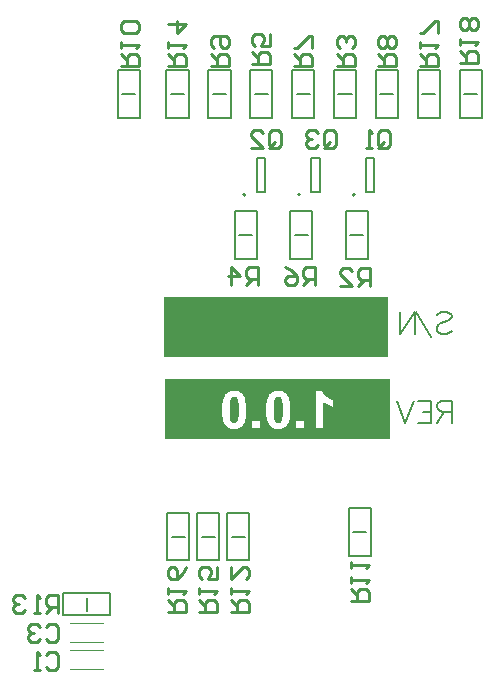
<source format=gbo>
%FSLAX23Y23*%
%MOIN*%
G70*
G01*
G75*
G04 Layer_Color=32896*
G04:AMPARAMS|DCode=10|XSize=51mil|YSize=118mil|CornerRadius=0mil|HoleSize=0mil|Usage=FLASHONLY|Rotation=0.000|XOffset=0mil|YOffset=0mil|HoleType=Round|Shape=Octagon|*
%AMOCTAGOND10*
4,1,8,-0.013,0.059,0.013,0.059,0.026,0.046,0.026,-0.046,0.013,-0.059,-0.013,-0.059,-0.026,-0.046,-0.026,0.046,-0.013,0.059,0.0*
%
%ADD10OCTAGOND10*%

%ADD11R,0.051X0.118*%
%ADD12R,0.051X0.073*%
%ADD13R,0.055X0.043*%
%ADD14C,0.059*%
%ADD15C,0.039*%
%ADD16C,0.020*%
%ADD17C,0.030*%
%ADD18C,0.020*%
%ADD19C,0.157*%
%ADD20C,0.010*%
%ADD21C,0.074*%
%ADD22O,0.098X0.118*%
G04:AMPARAMS|DCode=23|XSize=98mil|YSize=118mil|CornerRadius=0mil|HoleSize=0mil|Usage=FLASHONLY|Rotation=180.000|XOffset=0mil|YOffset=0mil|HoleType=Round|Shape=Octagon|*
%AMOCTAGOND23*
4,1,8,0.025,-0.059,-0.025,-0.059,-0.049,-0.034,-0.049,0.034,-0.025,0.059,0.025,0.059,0.049,0.034,0.049,-0.034,0.025,-0.059,0.0*
%
%ADD23OCTAGOND23*%

%ADD24C,0.091*%
%ADD25C,0.060*%
%ADD26C,0.031*%
%ADD27C,0.017*%
%ADD28R,0.047X0.026*%
%ADD29R,0.043X0.055*%
%ADD30C,0.008*%
%ADD31C,0.010*%
%ADD32C,0.008*%
%ADD33C,0.006*%
%ADD34C,0.010*%
%ADD35C,0.012*%
G04:AMPARAMS|DCode=36|XSize=59mil|YSize=126mil|CornerRadius=0mil|HoleSize=0mil|Usage=FLASHONLY|Rotation=0.000|XOffset=0mil|YOffset=0mil|HoleType=Round|Shape=Octagon|*
%AMOCTAGOND36*
4,1,8,-0.015,0.063,0.015,0.063,0.030,0.048,0.030,-0.048,0.015,-0.063,-0.015,-0.063,-0.030,-0.048,-0.030,0.048,-0.015,0.063,0.0*
%
%ADD36OCTAGOND36*%

%ADD37R,0.059X0.126*%
%ADD38R,0.059X0.081*%
%ADD39R,0.063X0.051*%
%ADD40C,0.082*%
%ADD41O,0.106X0.126*%
G04:AMPARAMS|DCode=42|XSize=106mil|YSize=126mil|CornerRadius=0mil|HoleSize=0mil|Usage=FLASHONLY|Rotation=180.000|XOffset=0mil|YOffset=0mil|HoleType=Round|Shape=Octagon|*
%AMOCTAGOND42*
4,1,8,0.027,-0.063,-0.027,-0.063,-0.053,-0.036,-0.053,0.036,-0.027,0.063,0.027,0.063,0.053,0.036,0.053,-0.036,0.027,-0.063,0.0*
%
%ADD42OCTAGOND42*%

%ADD43C,0.099*%
%ADD44C,0.068*%
%ADD45C,0.039*%
%ADD46C,0.025*%
%ADD47R,0.055X0.034*%
%ADD48R,0.051X0.063*%
%ADD49C,0.006*%
%ADD50C,0.004*%
%ADD51R,0.750X0.200*%
G36*
X1690Y835D02*
X940D01*
Y1035D01*
X1690D01*
Y835D01*
D02*
G37*
%LPC*%
G36*
X1256Y895D02*
X1232D01*
Y871D01*
X1256D01*
Y895D01*
D02*
G37*
G36*
X1318Y997D02*
X1317D01*
X1315Y997D01*
X1314Y997D01*
X1312Y996D01*
X1310Y996D01*
X1308Y995D01*
X1306Y995D01*
X1303Y994D01*
X1301Y993D01*
X1298Y992D01*
X1296Y990D01*
X1294Y988D01*
X1292Y986D01*
X1290Y984D01*
X1289Y984D01*
X1289Y983D01*
X1288Y982D01*
X1288Y981D01*
X1287Y979D01*
X1286Y977D01*
X1285Y975D01*
X1283Y972D01*
X1282Y968D01*
X1281Y965D01*
X1280Y960D01*
X1279Y956D01*
X1278Y951D01*
X1278Y945D01*
X1278Y939D01*
X1277Y933D01*
Y932D01*
Y932D01*
Y931D01*
Y929D01*
X1278Y927D01*
X1278Y924D01*
X1278Y920D01*
X1278Y917D01*
X1279Y913D01*
X1280Y904D01*
X1281Y900D01*
X1283Y896D01*
X1284Y892D01*
X1286Y888D01*
X1288Y884D01*
X1290Y881D01*
X1290Y881D01*
X1290Y881D01*
X1291Y880D01*
X1292Y879D01*
X1293Y878D01*
X1294Y877D01*
X1295Y876D01*
X1297Y875D01*
X1299Y873D01*
X1301Y872D01*
X1304Y871D01*
X1306Y870D01*
X1309Y869D01*
X1312Y869D01*
X1315Y868D01*
X1318Y868D01*
X1319D01*
X1320Y868D01*
X1321D01*
X1323Y869D01*
X1325Y869D01*
X1327Y869D01*
X1329Y870D01*
X1331Y871D01*
X1334Y872D01*
X1336Y873D01*
X1339Y874D01*
X1341Y876D01*
X1343Y878D01*
X1346Y880D01*
X1348Y882D01*
X1348Y882D01*
X1348Y883D01*
X1349Y884D01*
X1350Y885D01*
X1351Y887D01*
X1352Y889D01*
X1353Y891D01*
X1354Y894D01*
X1355Y897D01*
X1356Y901D01*
X1357Y905D01*
X1357Y910D01*
X1358Y915D01*
X1359Y920D01*
X1359Y926D01*
X1359Y933D01*
Y933D01*
Y933D01*
Y934D01*
Y936D01*
X1359Y939D01*
X1359Y942D01*
X1359Y945D01*
X1358Y949D01*
X1358Y953D01*
X1356Y961D01*
X1355Y965D01*
X1354Y970D01*
X1353Y974D01*
X1351Y977D01*
X1349Y981D01*
X1347Y984D01*
X1347Y984D01*
X1347Y985D01*
X1346Y985D01*
X1345Y986D01*
X1344Y987D01*
X1343Y988D01*
X1341Y989D01*
X1339Y991D01*
X1337Y992D01*
X1335Y993D01*
X1333Y994D01*
X1331Y995D01*
X1328Y996D01*
X1325Y997D01*
X1322Y997D01*
X1318Y997D01*
D02*
G37*
G36*
X1171D02*
X1170D01*
X1168Y997D01*
X1167Y997D01*
X1165Y996D01*
X1163Y996D01*
X1161Y995D01*
X1159Y995D01*
X1156Y994D01*
X1154Y993D01*
X1151Y992D01*
X1149Y990D01*
X1147Y988D01*
X1145Y986D01*
X1143Y984D01*
X1142Y984D01*
X1142Y983D01*
X1141Y982D01*
X1141Y981D01*
X1140Y979D01*
X1139Y977D01*
X1138Y975D01*
X1136Y972D01*
X1135Y968D01*
X1134Y965D01*
X1133Y960D01*
X1132Y956D01*
X1131Y951D01*
X1131Y945D01*
X1130Y939D01*
X1130Y933D01*
Y932D01*
Y932D01*
Y931D01*
Y929D01*
X1130Y927D01*
X1131Y924D01*
X1131Y920D01*
X1131Y917D01*
X1132Y913D01*
X1133Y904D01*
X1134Y900D01*
X1135Y896D01*
X1137Y892D01*
X1139Y888D01*
X1141Y884D01*
X1143Y881D01*
X1143Y881D01*
X1143Y881D01*
X1144Y880D01*
X1145Y879D01*
X1146Y878D01*
X1147Y877D01*
X1148Y876D01*
X1150Y875D01*
X1152Y873D01*
X1154Y872D01*
X1157Y871D01*
X1159Y870D01*
X1162Y869D01*
X1165Y869D01*
X1168Y868D01*
X1171Y868D01*
X1172D01*
X1173Y868D01*
X1174D01*
X1176Y869D01*
X1178Y869D01*
X1180Y869D01*
X1182Y870D01*
X1184Y871D01*
X1187Y872D01*
X1189Y873D01*
X1192Y874D01*
X1194Y876D01*
X1196Y878D01*
X1199Y880D01*
X1201Y882D01*
X1201Y882D01*
X1201Y883D01*
X1202Y884D01*
X1203Y885D01*
X1204Y887D01*
X1204Y889D01*
X1206Y891D01*
X1207Y894D01*
X1208Y897D01*
X1209Y901D01*
X1210Y905D01*
X1210Y910D01*
X1211Y915D01*
X1212Y920D01*
X1212Y926D01*
X1212Y933D01*
Y933D01*
Y933D01*
Y934D01*
Y936D01*
X1212Y939D01*
X1212Y942D01*
X1212Y945D01*
X1211Y949D01*
X1211Y953D01*
X1209Y961D01*
X1208Y965D01*
X1207Y970D01*
X1206Y974D01*
X1204Y977D01*
X1202Y981D01*
X1200Y984D01*
X1200Y984D01*
X1199Y985D01*
X1199Y985D01*
X1198Y986D01*
X1197Y987D01*
X1196Y988D01*
X1194Y989D01*
X1192Y991D01*
X1190Y992D01*
X1188Y993D01*
X1186Y994D01*
X1184Y995D01*
X1181Y996D01*
X1178Y997D01*
X1175Y997D01*
X1171Y997D01*
D02*
G37*
G36*
X1464D02*
X1444D01*
Y871D01*
X1468D01*
Y962D01*
X1469Y961D01*
X1469Y961D01*
X1470Y960D01*
X1471Y960D01*
X1472Y959D01*
X1474Y957D01*
X1475Y956D01*
X1477Y955D01*
X1480Y953D01*
X1482Y952D01*
X1487Y949D01*
X1493Y946D01*
X1500Y943D01*
Y965D01*
X1500D01*
X1499Y965D01*
X1499Y966D01*
X1498Y966D01*
X1496Y967D01*
X1494Y968D01*
X1490Y970D01*
X1487Y972D01*
X1483Y974D01*
X1479Y977D01*
X1479Y977D01*
X1479Y977D01*
X1478Y978D01*
X1477Y979D01*
X1475Y980D01*
X1473Y983D01*
X1470Y986D01*
X1468Y989D01*
X1466Y993D01*
X1464Y997D01*
D02*
G37*
G36*
X1403Y895D02*
X1379D01*
Y871D01*
X1403D01*
Y895D01*
D02*
G37*
%LPD*%
G36*
X1320Y977D02*
X1321Y977D01*
X1322Y976D01*
X1323Y976D01*
X1325Y975D01*
X1326Y974D01*
X1326Y974D01*
X1327Y974D01*
X1327Y973D01*
X1328Y972D01*
X1329Y971D01*
X1330Y969D01*
X1331Y967D01*
X1331Y964D01*
Y964D01*
Y964D01*
X1332Y963D01*
X1332Y963D01*
X1332Y961D01*
X1332Y960D01*
X1332Y959D01*
X1332Y957D01*
X1333Y955D01*
X1333Y952D01*
X1333Y950D01*
X1333Y947D01*
X1333Y944D01*
Y940D01*
X1334Y937D01*
Y933D01*
Y932D01*
Y932D01*
Y930D01*
Y929D01*
Y927D01*
X1333Y925D01*
Y923D01*
Y920D01*
X1333Y915D01*
X1333Y910D01*
X1332Y908D01*
X1332Y906D01*
X1332Y904D01*
X1332Y902D01*
X1331Y901D01*
X1331Y900D01*
X1331Y899D01*
X1330Y897D01*
X1329Y896D01*
X1328Y894D01*
X1327Y892D01*
X1326Y891D01*
X1326Y891D01*
X1326Y891D01*
X1325Y890D01*
X1324Y890D01*
X1323Y889D01*
X1321Y889D01*
X1320Y888D01*
X1318Y888D01*
X1317D01*
X1317Y888D01*
X1316Y889D01*
X1313Y889D01*
X1312Y890D01*
X1311Y891D01*
X1311Y891D01*
X1310Y891D01*
X1310Y892D01*
X1309Y893D01*
X1308Y895D01*
X1307Y896D01*
X1306Y898D01*
X1305Y901D01*
Y901D01*
X1305Y901D01*
Y902D01*
X1305Y903D01*
X1305Y904D01*
X1305Y905D01*
X1304Y907D01*
X1304Y908D01*
X1304Y910D01*
X1304Y913D01*
X1303Y915D01*
X1303Y918D01*
X1303Y921D01*
Y925D01*
X1303Y929D01*
Y933D01*
Y933D01*
Y934D01*
Y935D01*
Y936D01*
Y938D01*
X1303Y940D01*
Y942D01*
Y945D01*
X1303Y950D01*
X1304Y955D01*
X1304Y957D01*
X1304Y960D01*
X1305Y961D01*
X1305Y963D01*
Y963D01*
Y964D01*
X1306Y965D01*
X1306Y966D01*
X1307Y968D01*
X1308Y971D01*
X1310Y973D01*
X1311Y974D01*
X1311Y974D01*
X1311Y975D01*
X1312Y975D01*
X1313Y976D01*
X1314Y976D01*
X1315Y977D01*
X1317Y977D01*
X1318Y977D01*
X1319D01*
X1320Y977D01*
D02*
G37*
G36*
X1173D02*
X1174Y977D01*
X1175Y976D01*
X1176Y976D01*
X1178Y975D01*
X1179Y974D01*
X1179Y974D01*
X1180Y974D01*
X1180Y973D01*
X1181Y972D01*
X1182Y971D01*
X1183Y969D01*
X1184Y967D01*
X1184Y964D01*
Y964D01*
Y964D01*
X1184Y963D01*
X1185Y963D01*
X1185Y961D01*
X1185Y960D01*
X1185Y959D01*
X1185Y957D01*
X1186Y955D01*
X1186Y952D01*
X1186Y950D01*
X1186Y947D01*
X1186Y944D01*
Y940D01*
X1187Y937D01*
Y933D01*
Y932D01*
Y932D01*
Y930D01*
Y929D01*
Y927D01*
X1186Y925D01*
Y923D01*
Y920D01*
X1186Y915D01*
X1186Y910D01*
X1185Y908D01*
X1185Y906D01*
X1185Y904D01*
X1184Y902D01*
X1184Y901D01*
X1184Y900D01*
X1184Y899D01*
X1183Y897D01*
X1182Y896D01*
X1181Y894D01*
X1180Y892D01*
X1179Y891D01*
X1179Y891D01*
X1179Y891D01*
X1178Y890D01*
X1177Y890D01*
X1176Y889D01*
X1174Y889D01*
X1173Y888D01*
X1171Y888D01*
X1170D01*
X1170Y888D01*
X1169Y889D01*
X1166Y889D01*
X1165Y890D01*
X1164Y891D01*
X1164Y891D01*
X1163Y891D01*
X1163Y892D01*
X1162Y893D01*
X1161Y895D01*
X1160Y896D01*
X1159Y898D01*
X1158Y901D01*
Y901D01*
X1158Y901D01*
Y902D01*
X1158Y903D01*
X1158Y904D01*
X1158Y905D01*
X1157Y907D01*
X1157Y908D01*
X1157Y910D01*
X1157Y913D01*
X1156Y915D01*
X1156Y918D01*
X1156Y921D01*
Y925D01*
X1156Y929D01*
Y933D01*
Y933D01*
Y934D01*
Y935D01*
Y936D01*
Y938D01*
X1156Y940D01*
Y942D01*
Y945D01*
X1156Y950D01*
X1157Y955D01*
X1157Y957D01*
X1157Y960D01*
X1158Y961D01*
X1158Y963D01*
Y963D01*
Y964D01*
X1159Y965D01*
X1159Y966D01*
X1160Y968D01*
X1161Y971D01*
X1163Y973D01*
X1164Y974D01*
X1164Y974D01*
X1164Y975D01*
X1165Y975D01*
X1166Y976D01*
X1167Y976D01*
X1168Y977D01*
X1170Y977D01*
X1171Y977D01*
X1172D01*
X1173Y977D01*
D02*
G37*
D20*
X950Y260D02*
X1010D01*
Y290D01*
X1000Y300D01*
X980D01*
X970Y290D01*
Y260D01*
Y280D02*
X950Y300D01*
Y320D02*
Y340D01*
Y330D01*
X1010D01*
X1000Y320D01*
X1010Y410D02*
X1000Y390D01*
X980Y370D01*
X960D01*
X950Y380D01*
Y400D01*
X960Y410D01*
X970D01*
X980Y400D01*
Y370D01*
X1055Y260D02*
X1115D01*
Y290D01*
X1105Y300D01*
X1085D01*
X1075Y290D01*
Y260D01*
Y280D02*
X1055Y300D01*
Y320D02*
Y340D01*
Y330D01*
X1115D01*
X1105Y320D01*
X1115Y410D02*
Y370D01*
X1085D01*
X1095Y390D01*
Y400D01*
X1085Y410D01*
X1065D01*
X1055Y400D01*
Y380D01*
X1065Y370D01*
X950Y2080D02*
X1010D01*
Y2110D01*
X1000Y2120D01*
X980D01*
X970Y2110D01*
Y2080D01*
Y2100D02*
X950Y2120D01*
Y2140D02*
Y2160D01*
Y2150D01*
X1010D01*
X1000Y2140D01*
X950Y2220D02*
X1010D01*
X980Y2190D01*
Y2230D01*
X585Y255D02*
Y315D01*
X555D01*
X545Y305D01*
Y285D01*
X555Y275D01*
X585D01*
X565D02*
X545Y255D01*
X525D02*
X505D01*
X515D01*
Y315D01*
X525Y305D01*
X475D02*
X465Y315D01*
X445D01*
X435Y305D01*
Y295D01*
X445Y285D01*
X455D01*
X445D01*
X435Y275D01*
Y265D01*
X445Y255D01*
X465D01*
X475Y265D01*
X795Y2080D02*
X855D01*
Y2110D01*
X845Y2120D01*
X825D01*
X815Y2110D01*
Y2080D01*
Y2100D02*
X795Y2120D01*
Y2140D02*
Y2160D01*
Y2150D01*
X855D01*
X845Y2140D01*
Y2190D02*
X855Y2200D01*
Y2220D01*
X845Y2230D01*
X805D01*
X795Y2220D01*
Y2200D01*
X805Y2190D01*
X845D01*
X545Y209D02*
X555Y219D01*
X575D01*
X585Y209D01*
Y169D01*
X575Y159D01*
X555D01*
X545Y169D01*
X525Y209D02*
X515Y219D01*
X495D01*
X485Y209D01*
Y199D01*
X495Y189D01*
X505D01*
X495D01*
X485Y179D01*
Y169D01*
X495Y159D01*
X515D01*
X525Y169D01*
X1652Y1815D02*
Y1855D01*
X1662Y1865D01*
X1682D01*
X1692Y1855D01*
Y1815D01*
X1682Y1805D01*
X1662D01*
X1672Y1825D02*
X1652Y1805D01*
X1662D02*
X1652Y1815D01*
X1632Y1805D02*
X1612D01*
X1622D01*
Y1865D01*
X1632Y1855D01*
X1287Y1815D02*
Y1855D01*
X1297Y1865D01*
X1317D01*
X1327Y1855D01*
Y1815D01*
X1317Y1805D01*
X1297D01*
X1307Y1825D02*
X1287Y1805D01*
X1297D02*
X1287Y1815D01*
X1227Y1805D02*
X1267D01*
X1227Y1845D01*
Y1855D01*
X1237Y1865D01*
X1257D01*
X1267Y1855D01*
X1470Y1815D02*
Y1855D01*
X1480Y1865D01*
X1500D01*
X1510Y1855D01*
Y1815D01*
X1500Y1805D01*
X1480D01*
X1490Y1825D02*
X1470Y1805D01*
X1480D02*
X1470Y1815D01*
X1450Y1855D02*
X1440Y1865D01*
X1420D01*
X1410Y1855D01*
Y1845D01*
X1420Y1835D01*
X1430D01*
X1420D01*
X1410Y1825D01*
Y1815D01*
X1420Y1805D01*
X1440D01*
X1450Y1815D01*
X1625Y1345D02*
Y1405D01*
X1595D01*
X1585Y1395D01*
Y1375D01*
X1595Y1365D01*
X1625D01*
X1605D02*
X1585Y1345D01*
X1525D02*
X1565D01*
X1525Y1385D01*
Y1395D01*
X1535Y1405D01*
X1555D01*
X1565Y1395D01*
X1514Y2080D02*
X1574D01*
Y2110D01*
X1564Y2120D01*
X1544D01*
X1534Y2110D01*
Y2080D01*
Y2100D02*
X1514Y2120D01*
X1564Y2140D02*
X1574Y2150D01*
Y2170D01*
X1564Y2180D01*
X1554D01*
X1544Y2170D01*
Y2160D01*
Y2170D01*
X1534Y2180D01*
X1524D01*
X1514Y2170D01*
Y2150D01*
X1524Y2140D01*
X1250Y1350D02*
Y1410D01*
X1220D01*
X1210Y1400D01*
Y1380D01*
X1220Y1370D01*
X1250D01*
X1230D02*
X1210Y1350D01*
X1160D02*
Y1410D01*
X1190Y1380D01*
X1150D01*
X1232Y2085D02*
X1292D01*
Y2115D01*
X1282Y2125D01*
X1262D01*
X1252Y2115D01*
Y2085D01*
Y2105D02*
X1232Y2125D01*
X1292Y2185D02*
Y2145D01*
X1262D01*
X1272Y2165D01*
Y2175D01*
X1262Y2185D01*
X1242D01*
X1232Y2175D01*
Y2155D01*
X1242Y2145D01*
X1440Y1350D02*
Y1410D01*
X1410D01*
X1400Y1400D01*
Y1380D01*
X1410Y1370D01*
X1440D01*
X1420D02*
X1400Y1350D01*
X1340Y1410D02*
X1360Y1400D01*
X1380Y1380D01*
Y1360D01*
X1370Y1350D01*
X1350D01*
X1340Y1360D01*
Y1370D01*
X1350Y1380D01*
X1380D01*
X1371Y2080D02*
X1431D01*
Y2110D01*
X1421Y2120D01*
X1401D01*
X1391Y2110D01*
Y2080D01*
Y2100D02*
X1371Y2120D01*
X1431Y2140D02*
Y2180D01*
X1421D01*
X1381Y2140D01*
X1371D01*
X1652Y2080D02*
X1712D01*
Y2110D01*
X1702Y2120D01*
X1682D01*
X1672Y2110D01*
Y2080D01*
Y2100D02*
X1652Y2120D01*
X1702Y2140D02*
X1712Y2150D01*
Y2170D01*
X1702Y2180D01*
X1692D01*
X1682Y2170D01*
X1672Y2180D01*
X1662D01*
X1652Y2170D01*
Y2150D01*
X1662Y2140D01*
X1672D01*
X1682Y2150D01*
X1692Y2140D01*
X1702D01*
X1682Y2150D02*
Y2170D01*
X1094Y2080D02*
X1154D01*
Y2110D01*
X1144Y2120D01*
X1124D01*
X1114Y2110D01*
Y2080D01*
Y2100D02*
X1094Y2120D01*
X1104Y2140D02*
X1094Y2150D01*
Y2170D01*
X1104Y2180D01*
X1144D01*
X1154Y2170D01*
Y2150D01*
X1144Y2140D01*
X1134D01*
X1124Y2150D01*
Y2180D01*
X1560Y295D02*
X1620D01*
Y325D01*
X1610Y335D01*
X1590D01*
X1580Y325D01*
Y295D01*
Y315D02*
X1560Y335D01*
Y355D02*
Y375D01*
Y365D01*
X1620D01*
X1610Y355D01*
X1560Y405D02*
Y425D01*
Y415D01*
X1620D01*
X1610Y405D01*
X1160Y260D02*
X1220D01*
Y290D01*
X1210Y300D01*
X1190D01*
X1180Y290D01*
Y260D01*
Y280D02*
X1160Y300D01*
Y320D02*
Y340D01*
Y330D01*
X1220D01*
X1210Y320D01*
X1160Y410D02*
Y370D01*
X1200Y410D01*
X1210D01*
X1220Y400D01*
Y380D01*
X1210Y370D01*
X545Y115D02*
X555Y125D01*
X575D01*
X585Y115D01*
Y75D01*
X575Y65D01*
X555D01*
X545Y75D01*
X525Y65D02*
X505D01*
X515D01*
Y125D01*
X525Y115D01*
X1790Y2080D02*
X1850D01*
Y2110D01*
X1840Y2120D01*
X1820D01*
X1810Y2110D01*
Y2080D01*
Y2100D02*
X1790Y2120D01*
Y2140D02*
Y2160D01*
Y2150D01*
X1850D01*
X1840Y2140D01*
X1850Y2190D02*
Y2230D01*
X1840D01*
X1800Y2190D01*
X1790D01*
X1925Y2090D02*
X1985D01*
Y2120D01*
X1975Y2130D01*
X1955D01*
X1945Y2120D01*
Y2090D01*
Y2110D02*
X1925Y2130D01*
Y2150D02*
Y2170D01*
Y2160D01*
X1985D01*
X1975Y2150D01*
Y2200D02*
X1985Y2210D01*
Y2230D01*
X1975Y2240D01*
X1965D01*
X1955Y2230D01*
X1945Y2240D01*
X1935D01*
X1925Y2230D01*
Y2210D01*
X1935Y2200D01*
X1945D01*
X1955Y2210D01*
X1965Y2200D01*
X1975D01*
X1955Y2210D02*
Y2230D01*
D30*
X1846Y1250D02*
X1853Y1257D01*
X1864Y1260D01*
X1878D01*
X1889Y1257D01*
X1896Y1250D01*
Y1243D01*
X1892Y1235D01*
X1889Y1232D01*
X1882Y1228D01*
X1860Y1221D01*
X1853Y1218D01*
X1850Y1214D01*
X1846Y1207D01*
Y1196D01*
X1853Y1189D01*
X1864Y1186D01*
X1878D01*
X1889Y1189D01*
X1896Y1196D01*
X1829Y1175D02*
X1779Y1260D01*
X1774D02*
Y1186D01*
Y1260D02*
X1724Y1186D01*
Y1260D02*
Y1186D01*
X1896Y963D02*
Y888D01*
Y963D02*
X1864D01*
X1853Y959D01*
X1850Y956D01*
X1846Y949D01*
Y942D01*
X1850Y934D01*
X1853Y931D01*
X1864Y927D01*
X1896D01*
X1871D02*
X1846Y888D01*
X1783Y963D02*
X1829D01*
Y888D01*
X1783D01*
X1829Y927D02*
X1801D01*
X1770Y963D02*
X1742Y888D01*
X1713Y963D02*
X1742Y888D01*
D32*
X1568Y525D02*
X1612D01*
X1163Y510D02*
X1207D01*
X1063D02*
X1107D01*
X963Y510D02*
X1007D01*
X798Y1985D02*
X842D01*
X1659D02*
X1702D01*
X1100D02*
X1144D01*
X961D02*
X1004D01*
X1519D02*
X1563D01*
X1380D02*
X1423D01*
X1188Y1515D02*
X1232D01*
X1240Y1985D02*
X1283D01*
X1373Y1515D02*
X1417D01*
X1558D02*
X1602D01*
X680Y263D02*
Y307D01*
X1799Y1985D02*
X1842D01*
X1938D02*
X1982D01*
D33*
X1391Y1650D02*
G03*
X1391Y1650I-4J0D01*
G01*
X1209D02*
G03*
X1209Y1650I-4J0D01*
G01*
X1574D02*
G03*
X1574Y1650I-4J0D01*
G01*
X1553Y446D02*
X1627D01*
X1553Y604D02*
X1627D01*
X1553Y446D02*
Y604D01*
X1627Y446D02*
Y604D01*
X1148Y431D02*
X1222D01*
X1148Y589D02*
X1222D01*
X1148Y431D02*
Y589D01*
X1222Y431D02*
Y589D01*
X1122Y431D02*
Y589D01*
X1048Y431D02*
Y589D01*
X1122D01*
X1048Y431D02*
X1122D01*
X948D02*
Y589D01*
X1022Y431D02*
Y589D01*
X948Y431D02*
X1022D01*
X948Y589D02*
X1022D01*
X857Y1906D02*
Y2064D01*
X783Y1906D02*
Y2064D01*
X857D01*
X783Y1906D02*
X857D01*
X1643D02*
X1718D01*
X1643Y2064D02*
X1718D01*
X1643Y1906D02*
Y2064D01*
X1718Y1906D02*
Y2064D01*
X1085Y1906D02*
X1160D01*
X1085Y2064D02*
X1160D01*
X1085Y1906D02*
Y2064D01*
X1160Y1906D02*
Y2064D01*
X1020Y1906D02*
Y2064D01*
X945Y1906D02*
Y2064D01*
X1020D01*
X945Y1906D02*
X1020D01*
X1504D02*
X1578D01*
X1504Y2064D02*
X1578D01*
X1504Y1906D02*
Y2064D01*
X1578Y1906D02*
Y2064D01*
X1364Y1906D02*
X1439D01*
X1364Y2064D02*
X1439D01*
X1364Y1906D02*
Y2064D01*
X1439Y1906D02*
Y2064D01*
X1173Y1436D02*
X1247D01*
X1173Y1594D02*
X1247D01*
X1173Y1436D02*
Y1594D01*
X1247Y1436D02*
Y1594D01*
X1224Y1906D02*
X1299D01*
X1224Y2064D02*
X1299D01*
X1224Y1906D02*
Y2064D01*
X1299Y1906D02*
Y2064D01*
X1358Y1436D02*
X1432D01*
X1358Y1594D02*
X1432D01*
X1358Y1436D02*
Y1594D01*
X1432Y1436D02*
Y1594D01*
X1543Y1436D02*
X1617D01*
X1543Y1594D02*
X1617D01*
X1543Y1436D02*
Y1594D01*
X1617Y1436D02*
Y1594D01*
X601Y248D02*
X759D01*
X601Y322D02*
X759D01*
Y248D02*
Y322D01*
X601Y248D02*
Y322D01*
X1783Y2064D02*
X1858D01*
X1783Y1906D02*
X1858D01*
Y2064D01*
X1783Y1906D02*
Y2064D01*
X1923D02*
X1997D01*
X1923Y1906D02*
X1997D01*
Y2064D01*
X1923Y1906D02*
Y2064D01*
D49*
X1429Y1658D02*
X1456D01*
X1429Y1772D02*
X1456D01*
X1429Y1658D02*
Y1772D01*
X1456Y1658D02*
Y1772D01*
X1246Y1658D02*
X1274D01*
X1246Y1772D02*
X1274D01*
X1246Y1658D02*
Y1772D01*
X1274Y1658D02*
Y1772D01*
X1611Y1658D02*
X1639D01*
X1611Y1772D02*
X1639D01*
X1611Y1658D02*
Y1772D01*
X1639Y1658D02*
Y1772D01*
D50*
X625Y221D02*
X735D01*
X625Y158D02*
X735D01*
X625Y131D02*
X735D01*
X625Y69D02*
X735D01*
D51*
X1310Y1210D02*
D03*
M02*

</source>
